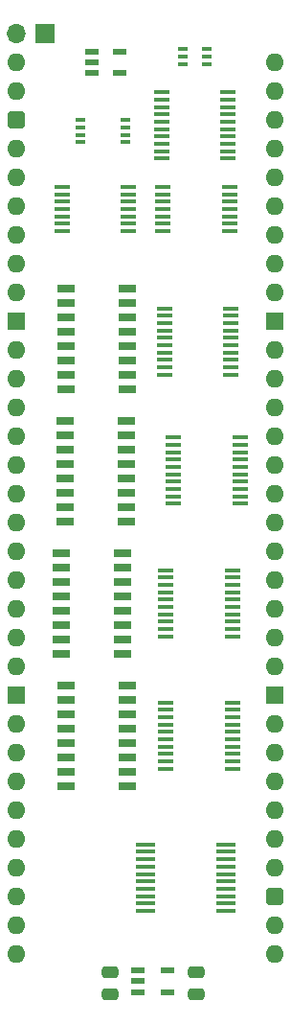
<source format=gts>
%TF.GenerationSoftware,KiCad,Pcbnew,8.0.7*%
%TF.CreationDate,2025-01-29T06:33:39+02:00*%
%TF.ProjectId,HCP65 Instruction Code,48435036-3520-4496-9e73-747275637469,V0*%
%TF.SameCoordinates,Original*%
%TF.FileFunction,Soldermask,Top*%
%TF.FilePolarity,Negative*%
%FSLAX46Y46*%
G04 Gerber Fmt 4.6, Leading zero omitted, Abs format (unit mm)*
G04 Created by KiCad (PCBNEW 8.0.7) date 2025-01-29 06:33:39*
%MOMM*%
%LPD*%
G01*
G04 APERTURE LIST*
G04 Aperture macros list*
%AMRoundRect*
0 Rectangle with rounded corners*
0 $1 Rounding radius*
0 $2 $3 $4 $5 $6 $7 $8 $9 X,Y pos of 4 corners*
0 Add a 4 corners polygon primitive as box body*
4,1,4,$2,$3,$4,$5,$6,$7,$8,$9,$2,$3,0*
0 Add four circle primitives for the rounded corners*
1,1,$1+$1,$2,$3*
1,1,$1+$1,$4,$5*
1,1,$1+$1,$6,$7*
1,1,$1+$1,$8,$9*
0 Add four rect primitives between the rounded corners*
20,1,$1+$1,$2,$3,$4,$5,0*
20,1,$1+$1,$4,$5,$6,$7,0*
20,1,$1+$1,$6,$7,$8,$9,0*
20,1,$1+$1,$8,$9,$2,$3,0*%
G04 Aperture macros list end*
%ADD10RoundRect,0.250000X0.475000X-0.250000X0.475000X0.250000X-0.475000X0.250000X-0.475000X-0.250000X0*%
%ADD11R,1.475000X0.450000*%
%ADD12R,1.150000X0.600000*%
%ADD13R,1.250000X0.600000*%
%ADD14R,1.700000X1.700000*%
%ADD15O,1.700000X1.700000*%
%ADD16O,1.600000X1.600000*%
%ADD17RoundRect,0.400000X-0.400000X-0.400000X0.400000X-0.400000X0.400000X0.400000X-0.400000X0.400000X0*%
%ADD18R,1.600000X1.600000*%
%ADD19R,1.550000X0.650000*%
%ADD20R,1.800000X0.450000*%
%ADD21R,0.950000X0.450000*%
%ADD22R,0.875000X0.450000*%
G04 APERTURE END LIST*
D10*
%TO.C,C10*%
X15875000Y-82277000D03*
X15875000Y-80377000D03*
%TD*%
D11*
%TO.C,IC15*%
X12962400Y-11004000D03*
X12962400Y-11654000D03*
X12962400Y-12304000D03*
X12962400Y-12954000D03*
X12962400Y-13604000D03*
X12962400Y-14254000D03*
X12962400Y-14904000D03*
X18838400Y-14904000D03*
X18838400Y-14254000D03*
X18838400Y-13604000D03*
X18838400Y-12954000D03*
X18838400Y-12304000D03*
X18838400Y-11654000D03*
X18838400Y-11004000D03*
%TD*%
D12*
%TO.C,IC11*%
X10765000Y-80203000D03*
X10765000Y-81153000D03*
X10765000Y-82103000D03*
X13365000Y-82103000D03*
X13365000Y-80203000D03*
%TD*%
D13*
%TO.C,IC12*%
X6624000Y950000D03*
X6624000Y0D03*
X6624000Y-950000D03*
X9124000Y-950000D03*
X9124000Y950000D03*
%TD*%
D11*
%TO.C,IC8*%
X13876800Y-33143000D03*
X13876800Y-33793000D03*
X13876800Y-34443000D03*
X13876800Y-35093000D03*
X13876800Y-35743000D03*
X13876800Y-36393000D03*
X13876800Y-37043000D03*
X13876800Y-37693000D03*
X13876800Y-38343000D03*
X13876800Y-38993000D03*
X19752800Y-38993000D03*
X19752800Y-38343000D03*
X19752800Y-37693000D03*
X19752800Y-37043000D03*
X19752800Y-36393000D03*
X19752800Y-35743000D03*
X19752800Y-35093000D03*
X19752800Y-34443000D03*
X19752800Y-33793000D03*
X19752800Y-33143000D03*
%TD*%
D14*
%TO.C,J4*%
X2540000Y2540000D03*
D15*
X0Y2540000D03*
%TD*%
D10*
%TO.C,C9*%
X8255000Y-82277000D03*
X8255000Y-80377000D03*
%TD*%
D11*
%TO.C,IC1*%
X12810000Y-2663000D03*
X12810000Y-3313000D03*
X12810000Y-3963000D03*
X12810000Y-4613000D03*
X12810000Y-5263000D03*
X12810000Y-5913000D03*
X12810000Y-6563000D03*
X12810000Y-7213000D03*
X12810000Y-7863000D03*
X12810000Y-8513000D03*
X18686000Y-8513000D03*
X18686000Y-7863000D03*
X18686000Y-7213000D03*
X18686000Y-6563000D03*
X18686000Y-5913000D03*
X18686000Y-5263000D03*
X18686000Y-4613000D03*
X18686000Y-3963000D03*
X18686000Y-3313000D03*
X18686000Y-2663000D03*
%TD*%
D16*
%TO.C,J2*%
X0Y0D03*
X0Y-2540000D03*
D17*
X0Y-5080000D03*
D16*
X0Y-7620000D03*
X0Y-10160000D03*
X0Y-12700000D03*
X0Y-15240000D03*
X0Y-17780000D03*
X0Y-20320000D03*
D18*
X0Y-22860000D03*
D16*
X0Y-25400000D03*
X0Y-27940000D03*
X0Y-30480000D03*
X0Y-33020000D03*
X0Y-35560000D03*
X0Y-38100000D03*
X0Y-40640000D03*
X0Y-43180000D03*
X0Y-45720000D03*
X0Y-48260000D03*
X0Y-50800000D03*
X0Y-53340000D03*
D18*
X0Y-55880000D03*
D16*
X0Y-58420000D03*
X0Y-60960000D03*
X0Y-63500000D03*
X0Y-66040000D03*
X0Y-68580000D03*
X0Y-71120000D03*
X0Y-73660000D03*
X0Y-76200000D03*
X0Y-78740000D03*
X22860000Y-78740000D03*
X22860000Y-76200000D03*
D17*
X22860000Y-73660000D03*
D16*
X22860000Y-71120000D03*
X22860000Y-68580000D03*
X22860000Y-66040000D03*
X22860000Y-63500000D03*
X22860000Y-60960000D03*
X22860000Y-58420000D03*
D18*
X22860000Y-55880000D03*
D16*
X22860000Y-53340000D03*
X22860000Y-50800000D03*
X22860000Y-48260000D03*
X22860000Y-45720000D03*
X22860000Y-43180000D03*
X22860000Y-40640000D03*
X22860000Y-38100000D03*
X22860000Y-35560000D03*
X22860000Y-33020000D03*
X22860000Y-30480000D03*
X22860000Y-27940000D03*
X22860000Y-25400000D03*
D18*
X22860000Y-22860000D03*
D16*
X22860000Y-20320000D03*
X22860000Y-17780000D03*
X22860000Y-15240000D03*
X22860000Y-12700000D03*
X22860000Y-10160000D03*
X22860000Y-7620000D03*
X22860000Y-5080000D03*
X22860000Y-2540000D03*
X22860000Y0D03*
%TD*%
D19*
%TO.C,IC2*%
X4387000Y-19975607D03*
X4387000Y-21245607D03*
X4387000Y-22515607D03*
X4387000Y-23785607D03*
X4387000Y-25055607D03*
X4387000Y-26325607D03*
X4387000Y-27595607D03*
X4387000Y-28865607D03*
X9837000Y-28865607D03*
X9837000Y-27595607D03*
X9837000Y-26325607D03*
X9837000Y-25055607D03*
X9837000Y-23785607D03*
X9837000Y-22515607D03*
X9837000Y-21245607D03*
X9837000Y-19975607D03*
%TD*%
D20*
%TO.C,IC17*%
X11436000Y-69084000D03*
X11436000Y-69734000D03*
X11436000Y-70384000D03*
X11436000Y-71034000D03*
X11436000Y-71684000D03*
X11436000Y-72334000D03*
X11436000Y-72984000D03*
X11436000Y-73634000D03*
X11436000Y-74284000D03*
X11436000Y-74934000D03*
X18536000Y-74934000D03*
X18536000Y-74284000D03*
X18536000Y-73634000D03*
X18536000Y-72984000D03*
X18536000Y-72334000D03*
X18536000Y-71684000D03*
X18536000Y-71034000D03*
X18536000Y-70384000D03*
X18536000Y-69734000D03*
X18536000Y-69084000D03*
%TD*%
D19*
%TO.C,IC4*%
X4264000Y-31659607D03*
X4264000Y-32929607D03*
X4264000Y-34199607D03*
X4264000Y-35469607D03*
X4264000Y-36739607D03*
X4264000Y-38009607D03*
X4264000Y-39279607D03*
X4264000Y-40549607D03*
X9714000Y-40549607D03*
X9714000Y-39279607D03*
X9714000Y-38009607D03*
X9714000Y-36739607D03*
X9714000Y-35469607D03*
X9714000Y-34199607D03*
X9714000Y-32929607D03*
X9714000Y-31659607D03*
%TD*%
%TO.C,IC5*%
X3929800Y-43343607D03*
X3929800Y-44613607D03*
X3929800Y-45883607D03*
X3929800Y-47153607D03*
X3929800Y-48423607D03*
X3929800Y-49693607D03*
X3929800Y-50963607D03*
X3929800Y-52233607D03*
X9379800Y-52233607D03*
X9379800Y-50963607D03*
X9379800Y-49693607D03*
X9379800Y-48423607D03*
X9379800Y-47153607D03*
X9379800Y-45883607D03*
X9379800Y-44613607D03*
X9379800Y-43343607D03*
%TD*%
D11*
%TO.C,IC14*%
X13195000Y-56547607D03*
X13195000Y-57197607D03*
X13195000Y-57847607D03*
X13195000Y-58497607D03*
X13195000Y-59147607D03*
X13195000Y-59797607D03*
X13195000Y-60447607D03*
X13195000Y-61097607D03*
X13195000Y-61747607D03*
X13195000Y-62397607D03*
X19071000Y-62397607D03*
X19071000Y-61747607D03*
X19071000Y-61097607D03*
X19071000Y-60447607D03*
X19071000Y-59797607D03*
X19071000Y-59147607D03*
X19071000Y-58497607D03*
X19071000Y-57847607D03*
X19071000Y-57197607D03*
X19071000Y-56547607D03*
%TD*%
%TO.C,IC10*%
X4047000Y-11004000D03*
X4047000Y-11654000D03*
X4047000Y-12304000D03*
X4047000Y-12954000D03*
X4047000Y-13604000D03*
X4047000Y-14254000D03*
X4047000Y-14904000D03*
X9923000Y-14904000D03*
X9923000Y-14254000D03*
X9923000Y-13604000D03*
X9923000Y-12954000D03*
X9923000Y-12304000D03*
X9923000Y-11654000D03*
X9923000Y-11004000D03*
%TD*%
D19*
%TO.C,IC6*%
X4387000Y-55027607D03*
X4387000Y-56297607D03*
X4387000Y-57567607D03*
X4387000Y-58837607D03*
X4387000Y-60107607D03*
X4387000Y-61377607D03*
X4387000Y-62647607D03*
X4387000Y-63917607D03*
X9837000Y-63917607D03*
X9837000Y-62647607D03*
X9837000Y-61377607D03*
X9837000Y-60107607D03*
X9837000Y-58837607D03*
X9837000Y-57567607D03*
X9837000Y-56297607D03*
X9837000Y-55027607D03*
%TD*%
D11*
%TO.C,IC7*%
X13195000Y-44863607D03*
X13195000Y-45513607D03*
X13195000Y-46163607D03*
X13195000Y-46813607D03*
X13195000Y-47463607D03*
X13195000Y-48113607D03*
X13195000Y-48763607D03*
X13195000Y-49413607D03*
X13195000Y-50063607D03*
X13195000Y-50713607D03*
X19071000Y-50713607D03*
X19071000Y-50063607D03*
X19071000Y-49413607D03*
X19071000Y-48763607D03*
X19071000Y-48113607D03*
X19071000Y-47463607D03*
X19071000Y-46813607D03*
X19071000Y-46163607D03*
X19071000Y-45513607D03*
X19071000Y-44863607D03*
%TD*%
D21*
%TO.C,IC3*%
X5645000Y-5121000D03*
X5645000Y-5771000D03*
X5645000Y-6421000D03*
X5645000Y-7071000D03*
X9595000Y-7071000D03*
X9595000Y-6421000D03*
X9595000Y-5771000D03*
X9595000Y-5121000D03*
%TD*%
D11*
%TO.C,IC9*%
X13068000Y-21749607D03*
X13068000Y-22399607D03*
X13068000Y-23049607D03*
X13068000Y-23699607D03*
X13068000Y-24349607D03*
X13068000Y-24999607D03*
X13068000Y-25649607D03*
X13068000Y-26299607D03*
X13068000Y-26949607D03*
X13068000Y-27599607D03*
X18944000Y-27599607D03*
X18944000Y-26949607D03*
X18944000Y-26299607D03*
X18944000Y-25649607D03*
X18944000Y-24999607D03*
X18944000Y-24349607D03*
X18944000Y-23699607D03*
X18944000Y-23049607D03*
X18944000Y-22399607D03*
X18944000Y-21749607D03*
%TD*%
D22*
%TO.C,IC13*%
X14686000Y1158000D03*
X14686000Y508000D03*
X14686000Y-142000D03*
X16810000Y-142000D03*
X16810000Y508000D03*
X16810000Y1158000D03*
%TD*%
M02*

</source>
